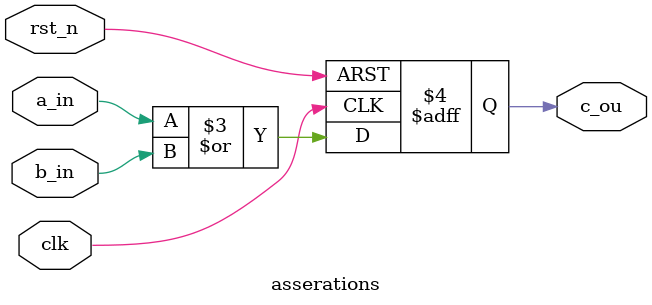
<source format=v>


//--------------------------------------------------------------------------
// Include File
//--------------------------------------------------------------------------

//--------------------------------------------------------------------------
// Module
//--------------------------------------------------------------------------
module asserations
//--------------------------------------------------------------------------
// Ports
//--------------------------------------------------------------------------
(
    // inputs
    input wire         clk,
    input wire         rst_n,
    input wire         a_in,
    input wire         b_in,

    // outputs
    output reg        c_ou
);

//--------------------------------------------------------------------------
// Design: assertion basic test
//--------------------------------------------------------------------------
always @(posedge clk or negedge rst_n) begin
    if (!rst_n) begin
        c_ou <= 1'b0;
    end else begin
        c_ou <= a_in | b_in;
    end
end

endmodule
//--------------------------------------------------------------------------

</source>
